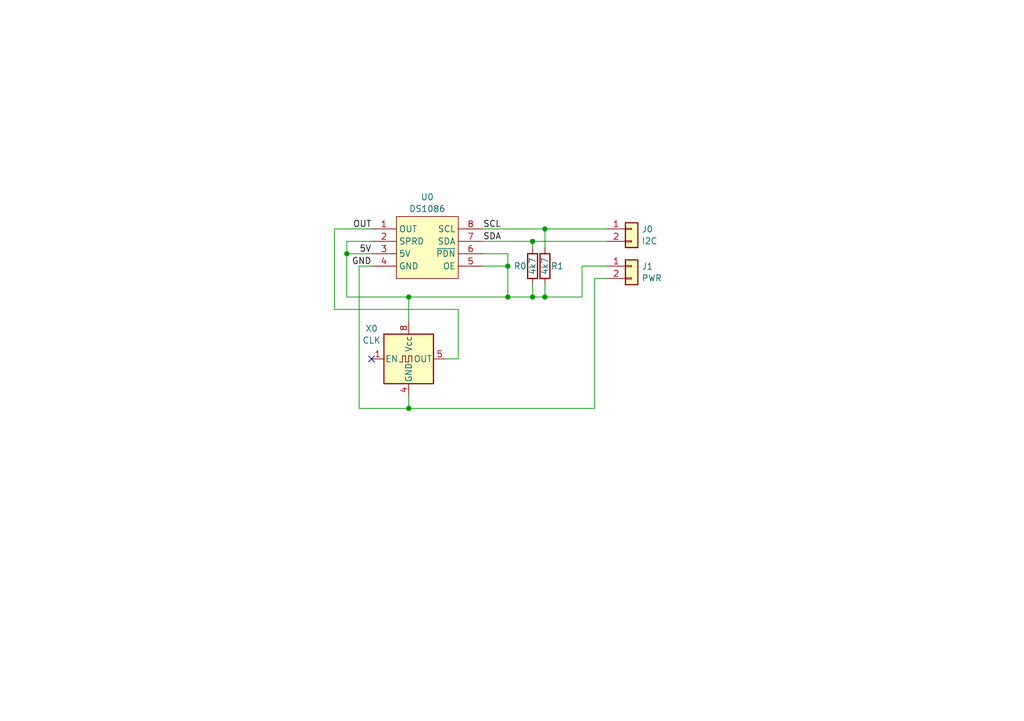
<source format=kicad_sch>
(kicad_sch (version 20230121) (generator eeschema)

  (uuid 1c3bd52a-bcf1-4f00-bebe-27bf0dc434f5)

  (paper "A5")

  (lib_symbols
    (symbol "Connector_Generic:Conn_01x02" (pin_names (offset 1.016) hide) (in_bom yes) (on_board yes)
      (property "Reference" "J" (at 0 2.54 0)
        (effects (font (size 1.27 1.27)))
      )
      (property "Value" "Conn_01x02" (at 0 -5.08 0)
        (effects (font (size 1.27 1.27)))
      )
      (property "Footprint" "" (at 0 0 0)
        (effects (font (size 1.27 1.27)) hide)
      )
      (property "Datasheet" "~" (at 0 0 0)
        (effects (font (size 1.27 1.27)) hide)
      )
      (property "ki_keywords" "connector" (at 0 0 0)
        (effects (font (size 1.27 1.27)) hide)
      )
      (property "ki_description" "Generic connector, single row, 01x02, script generated (kicad-library-utils/schlib/autogen/connector/)" (at 0 0 0)
        (effects (font (size 1.27 1.27)) hide)
      )
      (property "ki_fp_filters" "Connector*:*_1x??_*" (at 0 0 0)
        (effects (font (size 1.27 1.27)) hide)
      )
      (symbol "Conn_01x02_1_1"
        (rectangle (start -1.27 -2.413) (end 0 -2.667)
          (stroke (width 0.1524) (type default))
          (fill (type none))
        )
        (rectangle (start -1.27 0.127) (end 0 -0.127)
          (stroke (width 0.1524) (type default))
          (fill (type none))
        )
        (rectangle (start -1.27 1.27) (end 1.27 -3.81)
          (stroke (width 0.254) (type default))
          (fill (type background))
        )
        (pin passive line (at -5.08 0 0) (length 3.81)
          (name "Pin_1" (effects (font (size 1.27 1.27))))
          (number "1" (effects (font (size 1.27 1.27))))
        )
        (pin passive line (at -5.08 -2.54 0) (length 3.81)
          (name "Pin_2" (effects (font (size 1.27 1.27))))
          (number "2" (effects (font (size 1.27 1.27))))
        )
      )
    )
    (symbol "Device:R" (pin_numbers hide) (pin_names (offset 0)) (in_bom yes) (on_board yes)
      (property "Reference" "R" (at 2.032 0 90)
        (effects (font (size 1.27 1.27)))
      )
      (property "Value" "R" (at 0 0 90)
        (effects (font (size 1.27 1.27)))
      )
      (property "Footprint" "" (at -1.778 0 90)
        (effects (font (size 1.27 1.27)) hide)
      )
      (property "Datasheet" "~" (at 0 0 0)
        (effects (font (size 1.27 1.27)) hide)
      )
      (property "ki_keywords" "R res resistor" (at 0 0 0)
        (effects (font (size 1.27 1.27)) hide)
      )
      (property "ki_description" "Resistor" (at 0 0 0)
        (effects (font (size 1.27 1.27)) hide)
      )
      (property "ki_fp_filters" "R_*" (at 0 0 0)
        (effects (font (size 1.27 1.27)) hide)
      )
      (symbol "R_0_1"
        (rectangle (start -1.016 -2.54) (end 1.016 2.54)
          (stroke (width 0.254) (type default))
          (fill (type none))
        )
      )
      (symbol "R_1_1"
        (pin passive line (at 0 3.81 270) (length 1.27)
          (name "~" (effects (font (size 1.27 1.27))))
          (number "1" (effects (font (size 1.27 1.27))))
        )
        (pin passive line (at 0 -3.81 90) (length 1.27)
          (name "~" (effects (font (size 1.27 1.27))))
          (number "2" (effects (font (size 1.27 1.27))))
        )
      )
    )
    (symbol "Oscillator:CXO_DIP8" (pin_names (offset 0.254)) (in_bom yes) (on_board yes)
      (property "Reference" "X" (at -5.08 6.35 0)
        (effects (font (size 1.27 1.27)) (justify left))
      )
      (property "Value" "CXO_DIP8" (at 1.27 -6.35 0)
        (effects (font (size 1.27 1.27)) (justify left))
      )
      (property "Footprint" "Oscillator:Oscillator_DIP-8" (at 11.43 -8.89 0)
        (effects (font (size 1.27 1.27)) hide)
      )
      (property "Datasheet" "http://cdn-reichelt.de/documents/datenblatt/B400/OSZI.pdf" (at -2.54 0 0)
        (effects (font (size 1.27 1.27)) hide)
      )
      (property "ki_keywords" "Crystal Clock Oscillator" (at 0 0 0)
        (effects (font (size 1.27 1.27)) hide)
      )
      (property "ki_description" "Crystal Clock Oscillator, DIP8-style metal package" (at 0 0 0)
        (effects (font (size 1.27 1.27)) hide)
      )
      (property "ki_fp_filters" "Oscillator*DIP*8*" (at 0 0 0)
        (effects (font (size 1.27 1.27)) hide)
      )
      (symbol "CXO_DIP8_0_1"
        (rectangle (start -5.08 5.08) (end 5.08 -5.08)
          (stroke (width 0.254) (type default))
          (fill (type background))
        )
        (polyline
          (pts
            (xy -1.905 -0.635)
            (xy -1.27 -0.635)
            (xy -1.27 0.635)
            (xy -0.635 0.635)
            (xy -0.635 -0.635)
            (xy 0 -0.635)
            (xy 0 0.635)
            (xy 0.635 0.635)
            (xy 0.635 -0.635)
          )
          (stroke (width 0) (type default))
          (fill (type none))
        )
      )
      (symbol "CXO_DIP8_1_1"
        (pin input line (at -7.62 0 0) (length 2.54)
          (name "EN" (effects (font (size 1.27 1.27))))
          (number "1" (effects (font (size 1.27 1.27))))
        )
        (pin power_in line (at 0 -7.62 90) (length 2.54)
          (name "GND" (effects (font (size 1.27 1.27))))
          (number "4" (effects (font (size 1.27 1.27))))
        )
        (pin output line (at 7.62 0 180) (length 2.54)
          (name "OUT" (effects (font (size 1.27 1.27))))
          (number "5" (effects (font (size 1.27 1.27))))
        )
        (pin power_in line (at 0 7.62 270) (length 2.54)
          (name "Vcc" (effects (font (size 1.27 1.27))))
          (number "8" (effects (font (size 1.27 1.27))))
        )
      )
    )
    (symbol "SamacSys_Parts:DS1086" (in_bom yes) (on_board yes)
      (property "Reference" "U" (at 0 12.7 0)
        (effects (font (size 1.27 1.27)))
      )
      (property "Value" "DS1086" (at 0 10.16 0)
        (effects (font (size 1.27 1.27)))
      )
      (property "Footprint" "Package_SO:MSOP-8_3x3mm_P0.65mm" (at 0 7.62 0)
        (effects (font (size 1.27 1.27)) hide)
      )
      (property "Datasheet" "" (at 0 7.62 0)
        (effects (font (size 1.27 1.27)) hide)
      )
      (symbol "DS1086_1_1"
        (rectangle (start -6.35 6.35) (end 6.35 -6.35)
          (stroke (width 0) (type default))
          (fill (type background))
        )
        (pin passive line (at -11.43 3.81 0) (length 5.08)
          (name "OUT" (effects (font (size 1.27 1.27))))
          (number "1" (effects (font (size 1.27 1.27))))
        )
        (pin passive line (at -11.43 1.27 0) (length 5.08)
          (name "SPRD" (effects (font (size 1.27 1.27))))
          (number "2" (effects (font (size 1.27 1.27))))
        )
        (pin passive line (at -11.43 -1.27 0) (length 5.08)
          (name "5V" (effects (font (size 1.27 1.27))))
          (number "3" (effects (font (size 1.27 1.27))))
        )
        (pin passive line (at -11.43 -3.81 0) (length 5.08)
          (name "GND" (effects (font (size 1.27 1.27))))
          (number "4" (effects (font (size 1.27 1.27))))
        )
        (pin passive line (at 11.43 -3.81 180) (length 5.08)
          (name "OE" (effects (font (size 1.27 1.27))))
          (number "5" (effects (font (size 1.27 1.27))))
        )
        (pin passive line (at 11.43 -1.27 180) (length 5.08)
          (name "~{PDN}" (effects (font (size 1.27 1.27))))
          (number "6" (effects (font (size 1.27 1.27))))
        )
        (pin passive line (at 11.43 1.27 180) (length 5.08)
          (name "SDA" (effects (font (size 1.27 1.27))))
          (number "7" (effects (font (size 1.27 1.27))))
        )
        (pin passive line (at 11.43 3.81 180) (length 5.08)
          (name "SCL" (effects (font (size 1.27 1.27))))
          (number "8" (effects (font (size 1.27 1.27))))
        )
      )
    )
  )

  (junction (at 111.76 60.96) (diameter 0) (color 0 0 0 0)
    (uuid 590003fb-e449-4b75-80bb-91b2d0956d07)
  )
  (junction (at 83.82 83.82) (diameter 0) (color 0 0 0 0)
    (uuid 6a16065b-6b24-4140-939b-54f3cc00b0b6)
  )
  (junction (at 111.76 46.99) (diameter 0) (color 0 0 0 0)
    (uuid 74797efc-9f8b-4ccc-85fc-bb62eb9539a7)
  )
  (junction (at 71.12 52.07) (diameter 0) (color 0 0 0 0)
    (uuid 850fd345-06e9-4bc7-a461-edb3cfeee3db)
  )
  (junction (at 104.14 60.96) (diameter 0) (color 0 0 0 0)
    (uuid a4930231-2218-4e19-9e08-9bca1ea0741f)
  )
  (junction (at 83.82 60.96) (diameter 0) (color 0 0 0 0)
    (uuid b32e74b3-4c45-4297-94e8-b7cfbf78a5c2)
  )
  (junction (at 104.14 54.61) (diameter 0) (color 0 0 0 0)
    (uuid bb7e2278-b23e-4397-9af8-c55a2d18500c)
  )
  (junction (at 109.22 60.96) (diameter 0) (color 0 0 0 0)
    (uuid c5f0afcc-c576-442f-a626-352e547ae784)
  )
  (junction (at 109.22 49.53) (diameter 0) (color 0 0 0 0)
    (uuid eeaafb46-4aa2-4c3b-9a96-5a0687b16d58)
  )

  (no_connect (at 76.2 73.66) (uuid 8eeafe6a-b71e-4939-a9a8-64cc6a95d62f))

  (wire (pts (xy 68.58 63.5) (xy 68.58 46.99))
    (stroke (width 0) (type default))
    (uuid 0ecfa13b-31b2-4034-8ac1-44eb5d928088)
  )
  (wire (pts (xy 83.82 83.82) (xy 73.66 83.82))
    (stroke (width 0) (type default))
    (uuid 11a14b89-76aa-4fb7-835a-acc2beba7b43)
  )
  (wire (pts (xy 68.58 46.99) (xy 76.2 46.99))
    (stroke (width 0) (type default))
    (uuid 11a23bc7-69b7-497c-9eb3-5d2df1991ccf)
  )
  (wire (pts (xy 111.76 60.96) (xy 109.22 60.96))
    (stroke (width 0) (type default))
    (uuid 129af7b5-211d-44b5-aca7-1045a16b75b5)
  )
  (wire (pts (xy 76.2 54.61) (xy 73.66 54.61))
    (stroke (width 0) (type default))
    (uuid 182188bf-56bc-4f9a-a079-503b97a50c0e)
  )
  (wire (pts (xy 93.98 73.66) (xy 93.98 63.5))
    (stroke (width 0) (type default))
    (uuid 19681c0a-72cc-4237-9013-d3f5af13a855)
  )
  (wire (pts (xy 109.22 49.53) (xy 124.46 49.53))
    (stroke (width 0) (type default))
    (uuid 24e7c8f3-15c5-4bfb-ba68-f87624ea78f8)
  )
  (wire (pts (xy 124.46 54.61) (xy 119.38 54.61))
    (stroke (width 0) (type default))
    (uuid 26e3f9d5-b60c-44c5-889f-25312ba6ed18)
  )
  (wire (pts (xy 109.22 58.42) (xy 109.22 60.96))
    (stroke (width 0) (type default))
    (uuid 27ce45b6-7915-466e-90d4-64ba6204881c)
  )
  (wire (pts (xy 83.82 81.28) (xy 83.82 83.82))
    (stroke (width 0) (type default))
    (uuid 32c269bf-1ed5-4f8f-af06-fd3607e93860)
  )
  (wire (pts (xy 111.76 46.99) (xy 111.76 50.8))
    (stroke (width 0) (type default))
    (uuid 45467d25-72f2-4d3c-89e2-c792169f69b8)
  )
  (wire (pts (xy 109.22 60.96) (xy 104.14 60.96))
    (stroke (width 0) (type default))
    (uuid 533ceaf7-81af-4ac0-b8e5-a72a08efcb1c)
  )
  (wire (pts (xy 71.12 49.53) (xy 71.12 52.07))
    (stroke (width 0) (type default))
    (uuid 536d1f86-03c8-4a3e-b3d5-bb3f6fde0c28)
  )
  (wire (pts (xy 71.12 60.96) (xy 71.12 52.07))
    (stroke (width 0) (type default))
    (uuid 5a578d5b-a055-4f63-834c-e35b7c3e853a)
  )
  (wire (pts (xy 119.38 54.61) (xy 119.38 60.96))
    (stroke (width 0) (type default))
    (uuid 5ecf6a01-07d5-4c45-b4d0-d48f8f4927f2)
  )
  (wire (pts (xy 73.66 54.61) (xy 73.66 83.82))
    (stroke (width 0) (type default))
    (uuid 62edc386-af9c-499a-b93a-41faba673df2)
  )
  (wire (pts (xy 93.98 63.5) (xy 68.58 63.5))
    (stroke (width 0) (type default))
    (uuid 6af7d558-82bd-4675-bf72-d5d86b184b01)
  )
  (wire (pts (xy 121.92 83.82) (xy 83.82 83.82))
    (stroke (width 0) (type default))
    (uuid 737df70d-d305-4425-915f-3937f0bb54d1)
  )
  (wire (pts (xy 83.82 60.96) (xy 104.14 60.96))
    (stroke (width 0) (type default))
    (uuid 75ec1205-254b-450b-9ee5-67ce878ce657)
  )
  (wire (pts (xy 76.2 49.53) (xy 71.12 49.53))
    (stroke (width 0) (type default))
    (uuid 7be11548-eaa4-425c-b9fc-db600bfd0322)
  )
  (wire (pts (xy 99.06 52.07) (xy 104.14 52.07))
    (stroke (width 0) (type default))
    (uuid 7bff44b6-7058-4335-90df-214d75a884f3)
  )
  (wire (pts (xy 104.14 52.07) (xy 104.14 54.61))
    (stroke (width 0) (type default))
    (uuid 816d5920-4c00-4b5f-bf17-44dc0377c876)
  )
  (wire (pts (xy 124.46 57.15) (xy 121.92 57.15))
    (stroke (width 0) (type default))
    (uuid 83a531cd-8692-43bf-8be0-3d9bc7c25ff4)
  )
  (wire (pts (xy 111.76 46.99) (xy 124.46 46.99))
    (stroke (width 0) (type default))
    (uuid 83f33a95-4f94-4486-9568-bc4f2d000648)
  )
  (wire (pts (xy 119.38 60.96) (xy 111.76 60.96))
    (stroke (width 0) (type default))
    (uuid 8657d247-f626-4555-bdbc-b983b3a629f1)
  )
  (wire (pts (xy 109.22 50.8) (xy 109.22 49.53))
    (stroke (width 0) (type default))
    (uuid 88d1c7ae-2e62-4380-90b6-81fe42396ed9)
  )
  (wire (pts (xy 83.82 60.96) (xy 83.82 66.04))
    (stroke (width 0) (type default))
    (uuid 9abc647d-e9ab-4a90-8050-f5c1c64c38b7)
  )
  (wire (pts (xy 111.76 58.42) (xy 111.76 60.96))
    (stroke (width 0) (type default))
    (uuid 9ae0ecc9-7eaf-41fd-b07b-28dd005a8c48)
  )
  (wire (pts (xy 71.12 60.96) (xy 83.82 60.96))
    (stroke (width 0) (type default))
    (uuid 9cdec253-639d-4c12-86cf-e57982be64e7)
  )
  (wire (pts (xy 104.14 60.96) (xy 104.14 54.61))
    (stroke (width 0) (type default))
    (uuid 9f9bab52-d9e0-485d-9340-19d792463967)
  )
  (wire (pts (xy 91.44 73.66) (xy 93.98 73.66))
    (stroke (width 0) (type default))
    (uuid a4458797-645d-4fe0-9823-086543928877)
  )
  (wire (pts (xy 109.22 49.53) (xy 99.06 49.53))
    (stroke (width 0) (type default))
    (uuid bea61063-be20-44bc-89a0-8212725b9a92)
  )
  (wire (pts (xy 121.92 57.15) (xy 121.92 83.82))
    (stroke (width 0) (type default))
    (uuid c90f02cf-4257-4061-93cc-4924835641cb)
  )
  (wire (pts (xy 99.06 46.99) (xy 111.76 46.99))
    (stroke (width 0) (type default))
    (uuid de3c2ab0-db41-49be-871c-f7e13dd2a9c0)
  )
  (wire (pts (xy 104.14 54.61) (xy 99.06 54.61))
    (stroke (width 0) (type default))
    (uuid ea59dfb0-931f-4b49-aafa-4e110891577f)
  )
  (wire (pts (xy 71.12 52.07) (xy 76.2 52.07))
    (stroke (width 0) (type default))
    (uuid f819ed8e-d315-43b3-80e2-3ac1e43592d7)
  )

  (label "SDA" (at 99.06 49.53 0) (fields_autoplaced)
    (effects (font (size 1.27 1.27)) (justify left bottom))
    (uuid 1bbe9ff6-a367-4838-a4cf-e5c13388f837)
  )
  (label "GND" (at 76.2 54.61 180) (fields_autoplaced)
    (effects (font (size 1.27 1.27)) (justify right bottom))
    (uuid 43bb6b5e-8dfa-46cf-b05b-b3aabe7c0402)
  )
  (label "OUT" (at 76.2 46.99 180) (fields_autoplaced)
    (effects (font (size 1.27 1.27)) (justify right bottom))
    (uuid 54b3aaa2-f9dd-492e-958e-df8a73564c9f)
  )
  (label "SCL" (at 99.06 46.99 0) (fields_autoplaced)
    (effects (font (size 1.27 1.27)) (justify left bottom))
    (uuid 5d0ada9c-9105-41a7-a93e-554433adfaa2)
  )
  (label "5V" (at 76.2 52.07 180) (fields_autoplaced)
    (effects (font (size 1.27 1.27)) (justify right bottom))
    (uuid 98b0903c-c32f-4e3a-92ef-d3c09e26bd9d)
  )

  (symbol (lib_id "SamacSys_Parts:DS1086") (at 87.63 50.8 0) (unit 1)
    (in_bom yes) (on_board yes) (dnp no) (fields_autoplaced)
    (uuid 0d9c210e-c42a-4121-ac6d-1543a13b2d5e)
    (property "Reference" "U0" (at 87.63 40.4327 0)
      (effects (font (size 1.27 1.27)))
    )
    (property "Value" "DS1086" (at 87.63 42.8569 0)
      (effects (font (size 1.27 1.27)))
    )
    (property "Footprint" "Package_SO:MSOP-8_3x3mm_P0.65mm" (at 87.63 43.18 0)
      (effects (font (size 1.27 1.27)) hide)
    )
    (property "Datasheet" "" (at 87.63 43.18 0)
      (effects (font (size 1.27 1.27)) hide)
    )
    (pin "1" (uuid d7c0dad8-1e8f-4ce8-8525-1ca6754ae21b))
    (pin "2" (uuid 9ec64fab-4a04-4d50-9d67-daa79ededc49))
    (pin "3" (uuid ca561f9e-a367-4832-a36c-a2cc5b47434c))
    (pin "4" (uuid cc0c17a0-e7d7-402d-9e82-7c5b202f9ad2))
    (pin "5" (uuid 7e44bcde-deb5-4b27-969c-4e428cd00e71))
    (pin "6" (uuid 60f4fd9f-9ffd-4179-ae93-fe93c029509a))
    (pin "7" (uuid 2a93fd7c-158a-4d80-b719-a5f717797fab))
    (pin "8" (uuid 4688391a-3a10-4053-a2cd-da226ea1699d))
    (instances
      (project "DS1086_BRKO"
        (path "/1c3bd52a-bcf1-4f00-bebe-27bf0dc434f5"
          (reference "U0") (unit 1)
        )
      )
    )
  )

  (symbol (lib_id "Device:R") (at 111.76 54.61 180) (unit 1)
    (in_bom yes) (on_board yes) (dnp no)
    (uuid 20306de8-29b5-4916-9b57-41c6c4aa083b)
    (property "Reference" "R1" (at 114.3 54.61 0)
      (effects (font (size 1.27 1.27)))
    )
    (property "Value" "4k7" (at 111.76 54.61 90)
      (effects (font (size 1.27 1.27)))
    )
    (property "Footprint" "Resistor_THT:R_Axial_DIN0204_L3.6mm_D1.6mm_P7.62mm_Horizontal" (at 113.538 54.61 90)
      (effects (font (size 1.27 1.27)) hide)
    )
    (property "Datasheet" "~" (at 111.76 54.61 0)
      (effects (font (size 1.27 1.27)) hide)
    )
    (pin "1" (uuid 404852b7-1720-4364-8c9b-32b96c69cff6))
    (pin "2" (uuid 427cf2e8-bc24-4495-808d-7aff56c9c773))
    (instances
      (project "DS1086_BRKO"
        (path "/1c3bd52a-bcf1-4f00-bebe-27bf0dc434f5"
          (reference "R1") (unit 1)
        )
      )
    )
  )

  (symbol (lib_id "Connector_Generic:Conn_01x02") (at 129.54 54.61 0) (unit 1)
    (in_bom yes) (on_board yes) (dnp no) (fields_autoplaced)
    (uuid 942336e5-1fa7-488e-be89-54abfe020c03)
    (property "Reference" "J1" (at 131.572 54.6679 0)
      (effects (font (size 1.27 1.27)) (justify left))
    )
    (property "Value" "PWR" (at 131.572 57.0921 0)
      (effects (font (size 1.27 1.27)) (justify left))
    )
    (property "Footprint" "Connector_PinHeader_2.54mm:PinHeader_1x02_P2.54mm_Vertical" (at 129.54 54.61 0)
      (effects (font (size 1.27 1.27)) hide)
    )
    (property "Datasheet" "~" (at 129.54 54.61 0)
      (effects (font (size 1.27 1.27)) hide)
    )
    (pin "1" (uuid 599e69c9-bf7f-4e20-9c78-19e2b6ec1779))
    (pin "2" (uuid 670d4706-3ca2-4bb3-b2c0-50828e2abae7))
    (instances
      (project "DS1086_BRKO"
        (path "/1c3bd52a-bcf1-4f00-bebe-27bf0dc434f5"
          (reference "J1") (unit 1)
        )
      )
    )
  )

  (symbol (lib_id "Oscillator:CXO_DIP8") (at 83.82 73.66 0) (unit 1)
    (in_bom yes) (on_board yes) (dnp no)
    (uuid 9cc49590-2bb2-4810-be4f-dfbe5308cf2c)
    (property "Reference" "X0" (at 76.2 67.4258 0)
      (effects (font (size 1.27 1.27)))
    )
    (property "Value" "CLK" (at 76.2 69.85 0)
      (effects (font (size 1.27 1.27)))
    )
    (property "Footprint" "Oscillator:Oscillator_DIP-8" (at 95.25 82.55 0)
      (effects (font (size 1.27 1.27)) hide)
    )
    (property "Datasheet" "http://cdn-reichelt.de/documents/datenblatt/B400/OSZI.pdf" (at 81.28 73.66 0)
      (effects (font (size 1.27 1.27)) hide)
    )
    (pin "1" (uuid 2e33f690-817d-4db8-a04b-7b61c1023fe0))
    (pin "4" (uuid 5ff47a7a-7c92-47e5-855b-76e51135c820))
    (pin "5" (uuid d9eab6db-62fd-41af-95a4-dfda3753c890))
    (pin "8" (uuid 8f9872d7-129f-4e12-ad7b-818c275d17cb))
    (instances
      (project "DS1086_BRKO"
        (path "/1c3bd52a-bcf1-4f00-bebe-27bf0dc434f5"
          (reference "X0") (unit 1)
        )
      )
    )
  )

  (symbol (lib_id "Connector_Generic:Conn_01x02") (at 129.54 46.99 0) (unit 1)
    (in_bom yes) (on_board yes) (dnp no) (fields_autoplaced)
    (uuid a7d1003e-3fd2-40cf-ad7e-816e8c9555b1)
    (property "Reference" "J0" (at 131.572 47.0479 0)
      (effects (font (size 1.27 1.27)) (justify left))
    )
    (property "Value" "I2C" (at 131.572 49.4721 0)
      (effects (font (size 1.27 1.27)) (justify left))
    )
    (property "Footprint" "Connector_PinHeader_2.54mm:PinHeader_1x02_P2.54mm_Vertical" (at 129.54 46.99 0)
      (effects (font (size 1.27 1.27)) hide)
    )
    (property "Datasheet" "~" (at 129.54 46.99 0)
      (effects (font (size 1.27 1.27)) hide)
    )
    (pin "1" (uuid e0ccdb6b-6aa4-4625-8284-970d26cf9630))
    (pin "2" (uuid 6a18521a-3d25-42e1-8866-56026dc98a47))
    (instances
      (project "DS1086_BRKO"
        (path "/1c3bd52a-bcf1-4f00-bebe-27bf0dc434f5"
          (reference "J0") (unit 1)
        )
      )
    )
  )

  (symbol (lib_id "Device:R") (at 109.22 54.61 180) (unit 1)
    (in_bom yes) (on_board yes) (dnp no)
    (uuid d7c5e832-c976-4f9c-99a9-f9b08992e24c)
    (property "Reference" "R0" (at 106.68 54.61 0)
      (effects (font (size 1.27 1.27)))
    )
    (property "Value" "4k7" (at 109.22 54.61 90)
      (effects (font (size 1.27 1.27)))
    )
    (property "Footprint" "Resistor_THT:R_Axial_DIN0204_L3.6mm_D1.6mm_P7.62mm_Horizontal" (at 110.998 54.61 90)
      (effects (font (size 1.27 1.27)) hide)
    )
    (property "Datasheet" "~" (at 109.22 54.61 0)
      (effects (font (size 1.27 1.27)) hide)
    )
    (pin "1" (uuid 90c4f358-8cc2-46db-ad9b-761e949d1714))
    (pin "2" (uuid a57c0856-491e-4555-93b2-c987cfec4516))
    (instances
      (project "DS1086_BRKO"
        (path "/1c3bd52a-bcf1-4f00-bebe-27bf0dc434f5"
          (reference "R0") (unit 1)
        )
      )
    )
  )

  (sheet_instances
    (path "/" (page "1"))
  )
)

</source>
